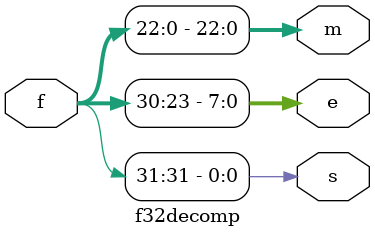
<source format=sv>
module f32decomp (
    input  logic [31:0] f,
    output logic        s,
    output logic  [7:0] e,
    output logic [22:0] m
);

    assign {s, e, m} = f;

endmodule
</source>
